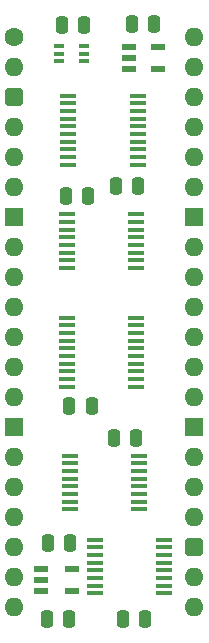
<source format=gts>
%TF.GenerationSoftware,KiCad,Pcbnew,8.0.7*%
%TF.CreationDate,2025-01-06T19:31:09+02:00*%
%TF.ProjectId,Video Counter 12bit,56696465-6f20-4436-9f75-6e7465722031,rev?*%
%TF.SameCoordinates,Original*%
%TF.FileFunction,Soldermask,Top*%
%TF.FilePolarity,Negative*%
%FSLAX46Y46*%
G04 Gerber Fmt 4.6, Leading zero omitted, Abs format (unit mm)*
G04 Created by KiCad (PCBNEW 8.0.7) date 2025-01-06 19:31:09*
%MOMM*%
%LPD*%
G01*
G04 APERTURE LIST*
G04 Aperture macros list*
%AMRoundRect*
0 Rectangle with rounded corners*
0 $1 Rounding radius*
0 $2 $3 $4 $5 $6 $7 $8 $9 X,Y pos of 4 corners*
0 Add a 4 corners polygon primitive as box body*
4,1,4,$2,$3,$4,$5,$6,$7,$8,$9,$2,$3,0*
0 Add four circle primitives for the rounded corners*
1,1,$1+$1,$2,$3*
1,1,$1+$1,$4,$5*
1,1,$1+$1,$6,$7*
1,1,$1+$1,$8,$9*
0 Add four rect primitives between the rounded corners*
20,1,$1+$1,$2,$3,$4,$5,0*
20,1,$1+$1,$4,$5,$6,$7,0*
20,1,$1+$1,$6,$7,$8,$9,0*
20,1,$1+$1,$8,$9,$2,$3,0*%
G04 Aperture macros list end*
%ADD10RoundRect,0.250000X0.250000X0.475000X-0.250000X0.475000X-0.250000X-0.475000X0.250000X-0.475000X0*%
%ADD11RoundRect,0.250000X-0.250000X-0.475000X0.250000X-0.475000X0.250000X0.475000X-0.250000X0.475000X0*%
%ADD12R,1.250000X0.600000*%
%ADD13R,1.450000X0.450000*%
%ADD14R,1.150000X0.600000*%
%ADD15R,0.875000X0.450000*%
%ADD16R,1.475000X0.450000*%
%ADD17C,1.600000*%
%ADD18O,1.600000X1.600000*%
%ADD19RoundRect,0.400000X-0.400000X-0.400000X0.400000X-0.400000X0.400000X0.400000X-0.400000X0.400000X0*%
%ADD20R,1.600000X1.600000*%
G04 APERTURE END LIST*
D10*
%TO.C,C11*%
X11856000Y1143000D03*
X9956000Y1143000D03*
%TD*%
%TO.C,C5*%
X11094000Y-49276000D03*
X9194000Y-49276000D03*
%TD*%
D11*
%TO.C,C8*%
X2749000Y-49276000D03*
X4649000Y-49276000D03*
%TD*%
%TO.C,C12*%
X4654000Y-31242000D03*
X6554000Y-31242000D03*
%TD*%
D12*
%TO.C,IC2*%
X9672000Y-828000D03*
X9672000Y-1778000D03*
X9672000Y-2728000D03*
X12172000Y-2728000D03*
X12172000Y-828000D03*
%TD*%
D13*
%TO.C,IC3*%
X4695000Y-35444000D03*
X4695000Y-36094000D03*
X4695000Y-36744000D03*
X4695000Y-37394000D03*
X4695000Y-38044000D03*
X4695000Y-38694000D03*
X4695000Y-39344000D03*
X4695000Y-39994000D03*
X10545000Y-39994000D03*
X10545000Y-39344000D03*
X10545000Y-38694000D03*
X10545000Y-38044000D03*
X10545000Y-37394000D03*
X10545000Y-36744000D03*
X10545000Y-36094000D03*
X10545000Y-35444000D03*
%TD*%
D10*
%TO.C,C10*%
X5887000Y1016000D03*
X3987000Y1016000D03*
%TD*%
D13*
%TO.C,IC1*%
X6854000Y-42556000D03*
X6854000Y-43206000D03*
X6854000Y-43856000D03*
X6854000Y-44506000D03*
X6854000Y-45156000D03*
X6854000Y-45806000D03*
X6854000Y-46456000D03*
X6854000Y-47106000D03*
X12704000Y-47106000D03*
X12704000Y-46456000D03*
X12704000Y-45806000D03*
X12704000Y-45156000D03*
X12704000Y-44506000D03*
X12704000Y-43856000D03*
X12704000Y-43206000D03*
X12704000Y-42556000D03*
%TD*%
D10*
%TO.C,C9*%
X4744000Y-42799000D03*
X2844000Y-42799000D03*
%TD*%
D13*
%TO.C,IC4*%
X4441000Y-14997000D03*
X4441000Y-15647000D03*
X4441000Y-16297000D03*
X4441000Y-16947000D03*
X4441000Y-17597000D03*
X4441000Y-18247000D03*
X4441000Y-18897000D03*
X4441000Y-19547000D03*
X10291000Y-19547000D03*
X10291000Y-18897000D03*
X10291000Y-18247000D03*
X10291000Y-17597000D03*
X10291000Y-16947000D03*
X10291000Y-16297000D03*
X10291000Y-15647000D03*
X10291000Y-14997000D03*
%TD*%
D14*
%TO.C,IC5*%
X2256000Y-45024000D03*
X2256000Y-45974000D03*
X2256000Y-46924000D03*
X4856000Y-46924000D03*
X4856000Y-45024000D03*
%TD*%
D15*
%TO.C,IC9*%
X3764000Y-747000D03*
X3764000Y-1397000D03*
X3764000Y-2047000D03*
X5888000Y-2047000D03*
X5888000Y-1397000D03*
X5888000Y-747000D03*
%TD*%
D16*
%TO.C,IC6*%
X10304000Y-29595000D03*
X10304000Y-28945000D03*
X10304000Y-28295000D03*
X10304000Y-27645000D03*
X10304000Y-26995000D03*
X10304000Y-26345000D03*
X10304000Y-25695000D03*
X10304000Y-25045000D03*
X10304000Y-24395000D03*
X10304000Y-23745000D03*
X4428000Y-23745000D03*
X4428000Y-24395000D03*
X4428000Y-25045000D03*
X4428000Y-25695000D03*
X4428000Y-26345000D03*
X4428000Y-26995000D03*
X4428000Y-27645000D03*
X4428000Y-28295000D03*
X4428000Y-28945000D03*
X4428000Y-29595000D03*
%TD*%
D11*
%TO.C,C13*%
X8591000Y-12573000D03*
X10491000Y-12573000D03*
%TD*%
D16*
%TO.C,IC7*%
X10431000Y-10799000D03*
X10431000Y-10149000D03*
X10431000Y-9499000D03*
X10431000Y-8849000D03*
X10431000Y-8199000D03*
X10431000Y-7549000D03*
X10431000Y-6899000D03*
X10431000Y-6249000D03*
X10431000Y-5599000D03*
X10431000Y-4949000D03*
X4555000Y-4949000D03*
X4555000Y-5599000D03*
X4555000Y-6249000D03*
X4555000Y-6899000D03*
X4555000Y-7549000D03*
X4555000Y-8199000D03*
X4555000Y-8849000D03*
X4555000Y-9499000D03*
X4555000Y-10149000D03*
X4555000Y-10799000D03*
%TD*%
D17*
%TO.C,J3*%
X0Y0D03*
D18*
X0Y-2540000D03*
D19*
X0Y-5080000D03*
D18*
X0Y-7620000D03*
X0Y-10160000D03*
X0Y-12700000D03*
D20*
X0Y-15240000D03*
D18*
X0Y-17780000D03*
X0Y-20320000D03*
X0Y-22860000D03*
X0Y-25400000D03*
X0Y-27940000D03*
X0Y-30480000D03*
D20*
X0Y-33020000D03*
D18*
X0Y-35560000D03*
X0Y-38100000D03*
X0Y-40640000D03*
X0Y-43180000D03*
X0Y-45720000D03*
X0Y-48260000D03*
X15240000Y-48260000D03*
X15240000Y-45720000D03*
D19*
X15240000Y-43180000D03*
D18*
X15240000Y-40640000D03*
X15240000Y-38100000D03*
X15240000Y-35560000D03*
D20*
X15240000Y-33020000D03*
D18*
X15240000Y-30480000D03*
X15240000Y-27940000D03*
X15240000Y-25400000D03*
X15240000Y-22860000D03*
X15240000Y-20320000D03*
X15240000Y-17780000D03*
D20*
X15240000Y-15240000D03*
D18*
X15240000Y-12700000D03*
X15240000Y-10160000D03*
X15240000Y-7620000D03*
X15240000Y-5080000D03*
X15240000Y-2540000D03*
X15240000Y0D03*
%TD*%
D10*
%TO.C,C6*%
X10332000Y-33909000D03*
X8432000Y-33909000D03*
%TD*%
%TO.C,C7*%
X6268000Y-13462000D03*
X4368000Y-13462000D03*
%TD*%
M02*

</source>
